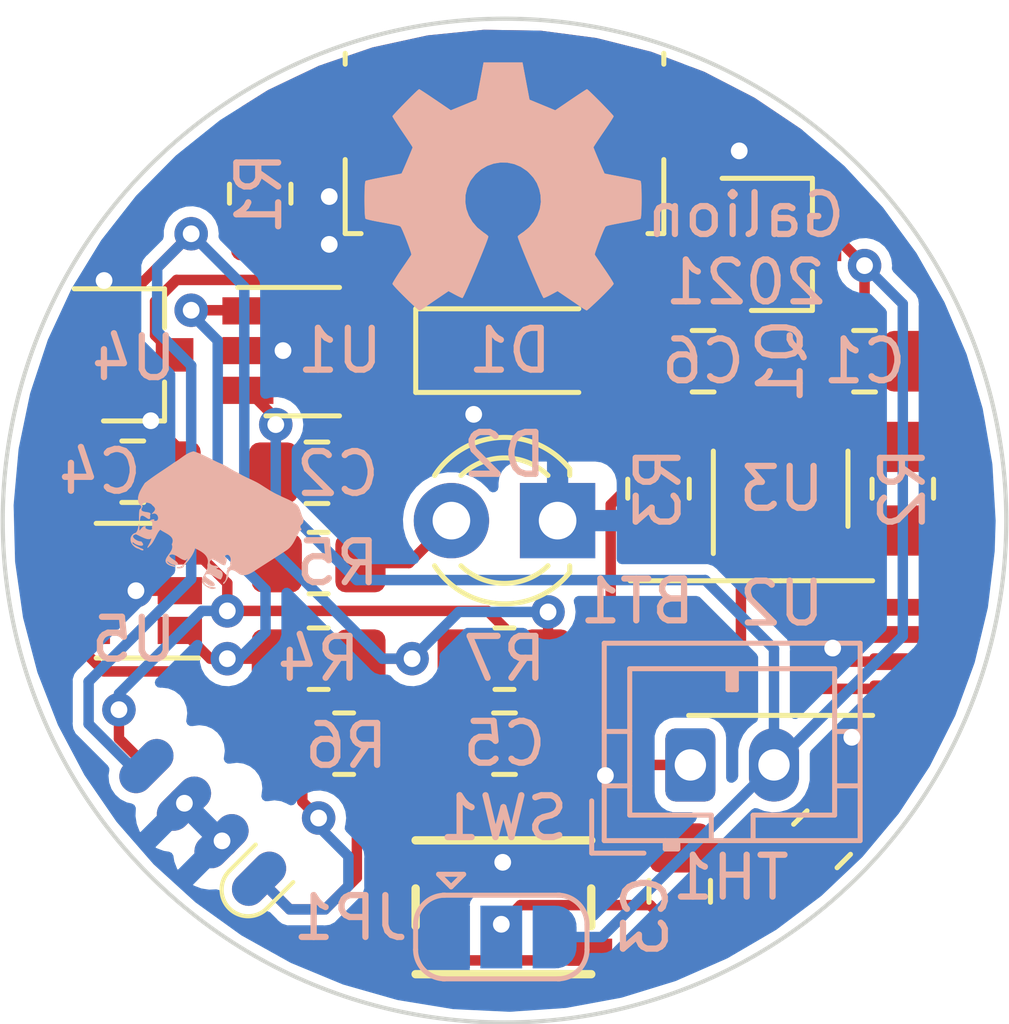
<source format=kicad_pcb>
(kicad_pcb (version 20201220) (generator pcbnew)
  (layers (0 "F.Cu" signal) (31 "B.Cu" signal) (34 "B.Paste" user) (35 "F.Paste" user) (36 "B.SilkS" user "B.Silkscreen") (37 "F.SilkS" user "F.Silkscreen") (38 "B.Mask" user) (39 "F.Mask" user) (44 "Edge.Cuts" user))
  (net 0 "")
  (net 1 "+BATT")
  (net 2 "Net-(BT1-Pad1)")
  (net 3 "Net-(C1-Pad1)")
  (net 4 "GND")
  (net 5 "/AN1|CLK")
  (net 6 "VCC")
  (net 7 "Net-(C5-Pad1)")
  (net 8 "Net-(C6-Pad1)")
  (net 9 "Net-(D1-Pad1)")
  (net 10 "Net-(D2-Pad2)")
  (net 11 "Net-(C3-Pad1)")
  (net 12 "no_connect_19")
  (net 13 "no_connect_20")
  (net 14 "/RST")
  (net 15 "/AN0|DAT")
  (net 16 "Net-(R1-Pad1)")
  (net 17 "Net-(R3-Pad1)")
  (net 18 "Net-(R5-Pad1)")
  (net 19 "no_connect_21")
  (net 20 "Net-(U2-Pad5)")
  (net 21 "Net-(U2-Pad4)")
  (net 22 "no_connect_22")
  (net 23 "no_connect_23")
  (footprint "Package_TO_SOT_SMD:TSOT-23-5" (layer "F.Cu") (at 143.129 90.678)
    (fp_text reference "U1" (at 0.889 0) (layer "B.SilkS") (effects (justify mirror)))
    (fp_text value "LTC4054ES5-4.2" hide)
    (pad "1" smd rect (at -1.31 -0.95) (size 1.22 0.65) (layers "F.Cu" "F.Paste" "F.Mask") (net 15 "/AN0|DAT"))
    (pad "2" smd rect (at -1.31 0) (size 1.22 0.65) (layers "F.Cu" "F.Paste" "F.Mask") (net 4 "GND"))
    (pad "3" smd rect (at -1.31 0.95) (size 1.22 0.65) (layers "F.Cu" "F.Paste" "F.Mask") (net 1 "+BATT"))
    (pad "4" smd rect (at 1.31 0.95) (size 1.22 0.65) (layers "F.Cu" "F.Paste" "F.Mask") (net 8 "Net-(C6-Pad1)"))
    (pad "5" smd rect (at 1.31 -0.95) (size 1.22 0.65) (layers "F.Cu" "F.Paste" "F.Mask") (net 16 "Net-(R1-Pad1)"))
  )
  (footprint "custom-symbols:SKRPACE010" (layer "F.Cu") (at 147.9296 103.9876 180)
    (fp_text reference "SW1" (at 0 2.1336) (layer "B.SilkS") (effects (justify mirror)))
    (fp_text value "SKRPACE010" hide)
    (pad "1" smd rect (at -2.075 -1.075 180) (size 1.05 0.65) (layers "F.Cu" "F.Paste" "F.Mask") (net 7 "Net-(C5-Pad1)"))
    (pad "2" smd rect (at 2.075 -1.075 180) (size 1.05 0.65) (layers "F.Cu" "F.Paste" "F.Mask") (net 7 "Net-(C5-Pad1)"))
    (pad "3" smd rect (at -2.075 1.075 180) (size 1.05 0.65) (layers "F.Cu" "F.Paste" "F.Mask") (net 4 "GND"))
    (pad "4" smd rect (at 2.075 1.075 180) (size 1.05 0.65) (layers "F.Cu" "F.Paste" "F.Mask") (net 4 "GND"))
  )
  (footprint "Package_TO_SOT_SMD:SOT-23-6" (layer "F.Cu") (at 139.0904 96.4184 180)
    (fp_text reference "U5" (at 0 -1.1684) (layer "B.SilkS") (effects (justify mirror)))
    (fp_text value "PIC10F222-IOT" hide)
    (pad "1" smd rect (at -1.1 -0.95 180) (size 1.06 0.65) (layers "F.Cu" "F.Paste" "F.Mask") (net 15 "/AN0|DAT"))
    (pad "2" smd rect (at -1.1 0 180) (size 1.06 0.65) (layers "F.Cu" "F.Paste" "F.Mask") (net 4 "GND"))
    (pad "3" smd rect (at -1.1 0.95 180) (size 1.06 0.65) (layers "F.Cu" "F.Paste" "F.Mask") (net 5 "/AN1|CLK"))
    (pad "4" smd rect (at 1.1 0.95 180) (size 1.06 0.65) (layers "F.Cu" "F.Paste" "F.Mask") (net 18 "Net-(R5-Pad1)"))
    (pad "5" smd rect (at 1.1 0 180) (size 1.06 0.65) (layers "F.Cu" "F.Paste" "F.Mask") (net 6 "VCC"))
    (pad "6" smd rect (at 1.1 -0.95 180) (size 1.06 0.65) (layers "F.Cu" "F.Paste" "F.Mask") (net 14 "/RST"))
  )
  (footprint "Resistor_SMD:R_0805_2012Metric_Pad1.20x1.40mm_HandSolder" (layer "F.Cu") (at 155.5496 102.362 -135)
    (fp_text reference "TH1" (at 2.191182 0.898026 180) (layer "B.SilkS") (effects (justify mirror)))
    (fp_text value "TBD" hide)
    (pad "1" smd roundrect (at -1 0 225) (size 1.2 1.4) (layers "F.Cu" "F.Paste" "F.Mask") (roundrect_rratio 0.2083333333333333) (net 4 "GND"))
    (pad "2" smd roundrect (at 1 0 225) (size 1.2 1.4) (layers "F.Cu" "F.Paste" "F.Mask") (roundrect_rratio 0.2083333333333333) (net 5 "/AN1|CLK"))
  )
  (footprint "Capacitor_SMD:C_0805_2012Metric_Pad1.18x1.45mm_HandSolder" (layer "F.Cu") (at 152.146 103.6066 90)
    (fp_text reference "C3" (at -0.5842 -0.8128 90) (layer "B.SilkS") (effects (justify mirror)))
    (fp_text value "TBD" hide)
    (pad "1" smd roundrect (at -1.0375 0 90) (size 1.175 1.45) (layers "F.Cu" "F.Paste" "F.Mask") (roundrect_rratio 0.2127659574468085) (net 11 "Net-(C3-Pad1)"))
    (pad "2" smd roundrect (at 1.0375 0 90) (size 1.175 1.45) (layers "F.Cu" "F.Paste" "F.Mask") (roundrect_rratio 0.2127659574468085) (net 5 "/AN1|CLK"))
  )
  (footprint "Capacitor_SMD:C_0805_2012Metric_Pad1.18x1.45mm_HandSolder" (layer "F.Cu") (at 143.4704 93.599)
    (fp_text reference "C2" (at 0.4968 0.0254) (layer "B.SilkS") (effects (justify mirror)))
    (fp_text value "1uF" hide)
    (pad "1" smd roundrect (at -1.0375 0) (size 1.175 1.45) (layers "F.Cu" "F.Paste" "F.Mask") (roundrect_rratio 0.2127659574468085) (net 1 "+BATT"))
    (pad "2" smd roundrect (at 1.0375 0) (size 1.175 1.45) (layers "F.Cu" "F.Paste" "F.Mask") (roundrect_rratio 0.2127659574468085) (net 4 "GND"))
  )
  (footprint "Resistor_SMD:R_0805_2012Metric_Pad1.20x1.40mm_HandSolder" (layer "F.Cu") (at 144.1196 100.076)
    (fp_text reference "R6" (at 0.0508 0.0508) (layer "B.SilkS") (effects (justify mirror)))
    (fp_text value "470")
    (pad "1" smd roundrect (at -1 0) (size 1.2 1.4) (layers "F.Cu" "F.Paste" "F.Mask") (roundrect_rratio 0.2083333333333333) (net 14 "/RST"))
    (pad "2" smd roundrect (at 1 0) (size 1.2 1.4) (layers "F.Cu" "F.Paste" "F.Mask") (roundrect_rratio 0.2083333333333333) (net 7 "Net-(C5-Pad1)"))
  )
  (footprint "Diode_SMD:D_SOD-123" (layer "F.Cu") (at 148.082 90.678)
    (fp_text reference "D1" (at 0 0) (layer "B.SilkS") (effects (justify mirror)))
    (fp_text value "MBR0520" hide)
    (pad "1" smd rect (at -1.65 0) (size 0.9 1.2) (layers "F.Cu" "F.Paste" "F.Mask") (net 9 "Net-(D1-Pad1)"))
    (pad "2" smd rect (at 1.65 0) (size 0.9 1.2) (layers "F.Cu" "F.Paste" "F.Mask") (net 8 "Net-(C6-Pad1)"))
  )
  (footprint "Package_TO_SOT_SMD:SOT-23" (layer "F.Cu") (at 154.559 88.138)
    (fp_text reference "Q1" (at 0 2.794 90) (layer "B.SilkS") (effects (justify mirror)))
    (fp_text value "AO3401A" hide)
    (pad "1" smd rect (at -1 -0.95) (size 0.9 0.8) (layers "F.Cu" "F.Paste" "F.Mask") (net 8 "Net-(C6-Pad1)"))
    (pad "2" smd rect (at -1 0.95) (size 0.9 0.8) (layers "F.Cu" "F.Paste" "F.Mask") (net 9 "Net-(D1-Pad1)"))
    (pad "3" smd rect (at 1 0) (size 0.9 0.8) (layers "F.Cu" "F.Paste" "F.Mask") (net 1 "+BATT"))
  )
  (footprint "Resistor_SMD:R_0805_2012Metric_Pad1.20x1.40mm_HandSolder" (layer "F.Cu") (at 143.51 95.758)
    (fp_text reference "R5" (at 0.4572 0) (layer "B.SilkS") (effects (justify mirror)))
    (fp_text value "56" hide)
    (pad "1" smd roundrect (at -1 0) (size 1.2 1.4) (layers "F.Cu" "F.Paste" "F.Mask") (roundrect_rratio 0.2083333333333333) (net 18 "Net-(R5-Pad1)"))
    (pad "2" smd roundrect (at 1 0) (size 1.2 1.4) (layers "F.Cu" "F.Paste" "F.Mask") (roundrect_rratio 0.2083333333333333) (net 10 "Net-(D2-Pad2)"))
  )
  (footprint "Package_TO_SOT_SMD:SOT-23" (layer "F.Cu") (at 139.065 90.7796)
    (fp_text reference "U4" (at 0.0254 0.0762) (layer "B.SilkS") (effects (justify mirror)))
    (fp_text value "XC6206PxxxMR" hide)
    (pad "1" smd rect (at -1 -0.95) (size 0.9 0.8) (layers "F.Cu" "F.Paste" "F.Mask") (net 4 "GND"))
    (pad "2" smd rect (at -1 0.95) (size 0.9 0.8) (layers "F.Cu" "F.Paste" "F.Mask") (net 6 "VCC"))
    (pad "3" smd rect (at 1 0) (size 0.9 0.8) (layers "F.Cu" "F.Paste" "F.Mask") (net 9 "Net-(D1-Pad1)"))
  )
  (footprint "Resistor_SMD:R_0805_2012Metric_Pad1.20x1.40mm_HandSolder" (layer "F.Cu") (at 143.51 98.044 180)
    (fp_text reference "R4" (at 0 0 180) (layer "B.SilkS") (effects (justify mirror)))
    (fp_text value "330k" hide)
    (pad "1" smd roundrect (at -1 0 180) (size 1.2 1.4) (layers "F.Cu" "F.Paste" "F.Mask") (roundrect_rratio 0.2083333333333333) (net 6 "VCC"))
    (pad "2" smd roundrect (at 1 0 180) (size 1.2 1.4) (layers "F.Cu" "F.Paste" "F.Mask") (roundrect_rratio 0.2083333333333333) (net 15 "/AN0|DAT"))
  )
  (footprint "Resistor_SMD:R_0805_2012Metric_Pad1.20x1.40mm_HandSolder" (layer "F.Cu") (at 142.113 86.926 90)
    (fp_text reference "R1" (at 0.0072 -0.0254 90) (layer "B.SilkS") (effects (justify mirror)))
    (fp_text value "10k" hide)
    (pad "1" smd roundrect (at -1 0 90) (size 1.2 1.4) (layers "F.Cu" "F.Paste" "F.Mask") (roundrect_rratio 0.2083333333333333) (net 16 "Net-(R1-Pad1)"))
    (pad "2" smd roundrect (at 1 0 90) (size 1.2 1.4) (layers "F.Cu" "F.Paste" "F.Mask") (roundrect_rratio 0.2083333333333333) (net 4 "GND"))
  )
  (footprint "Package_SO:TSSOP-8_4.4x3mm_P0.65mm" (layer "F.Cu") (at 154.559 97.79)
    (fp_text reference "U2" (at 0.0254 -1.0668) (layer "B.SilkS") (effects (justify mirror)))
    (fp_text value "FS8205A" hide)
    (pad "1" smd roundrect (at -2.8625 -0.975) (size 1.475 0.4) (layers "F.Cu" "F.Paste" "F.Mask") (net 22 "no_connect_22"))
    (pad "2" smd roundrect (at -2.8625 -0.325) (size 1.475 0.4) (layers "F.Cu" "F.Paste" "F.Mask") (net 2 "Net-(BT1-Pad1)"))
    (pad "3" smd roundrect (at -2.8625 0.325) (size 1.475 0.4) (layers "F.Cu" "F.Paste" "F.Mask") (net 2 "Net-(BT1-Pad1)"))
    (pad "4" smd roundrect (at -2.8625 0.975) (size 1.475 0.4) (layers "F.Cu" "F.Paste" "F.Mask") (net 21 "Net-(U2-Pad4)"))
    (pad "5" smd roundrect (at 2.8625 0.975) (size 1.475 0.4) (layers "F.Cu" "F.Paste" "F.Mask") (net 20 "Net-(U2-Pad5)"))
    (pad "6" smd roundrect (at 2.8625 0.325) (size 1.475 0.4) (layers "F.Cu" "F.Paste" "F.Mask") (net 4 "GND"))
    (pad "7" smd roundrect (at 2.8625 -0.325) (size 1.475 0.4) (layers "F.Cu" "F.Paste" "F.Mask") (net 4 "GND"))
    (pad "8" smd roundrect (at 2.8625 -0.975) (size 1.475 0.4) (layers "F.Cu" "F.Paste" "F.Mask") (net 23 "no_connect_23"))
  )
  (footprint "custom-symbols:SOIC_clipProgSmall" (layer "F.Cu") (at 140.208 102.489 -45)
    (fp_text reference "J2" hide)
    (fp_text value "ISP" hide)
    (pad "" np_thru_hole circle (at -1.27 -1.905 315) (size 0.7 0.7) (drill 0.7) (layers *.Cu *.Mask))
    (pad "" np_thru_hole circle (at 2.54 -1.905 315) (size 0.7 0.7) (drill 0.7) (layers *.Cu *.Mask))
    (pad "" np_thru_hole circle (at -2.54 -1.905 315) (size 0.7 0.7) (drill 0.7) (layers *.Cu *.Mask))
    (pad "" np_thru_hole circle (at 0 -1.905 315) (size 0.7 0.7) (drill 0.7) (layers *.Cu *.Mask))
    (pad "" np_thru_hole circle (at 1.27 -1.905 315) (size 0.7 0.7) (drill 0.7) (layers *.Cu *.Mask))
    (pad "1" smd oval (at 1.905 -0.75 315) (size 0.8 1.5) (layers "F.Cu" "F.Mask") (net 15 "/AN0|DAT"))
    (pad "2" smd oval (at 0.635 -0.75 315) (size 0.8 1.5) (layers "F.Cu" "F.Mask") (net 4 "GND"))
    (pad "3" smd oval (at -0.635 -0.75 315) (size 0.8 1.5) (layers "F.Cu" "F.Mask") (net 4 "GND"))
    (pad "4" smd oval (at -1.905 -0.75 315) (size 0.8 1.5) (layers "F.Cu" "F.Mask") (net 5 "/AN1|CLK"))
    (pad "5" smd oval (at -1.905 -0.75 315) (size 0.8 1.5) (layers "B.Cu" "B.Mask") (net 6 "VCC"))
    (pad "6" smd oval (at -0.635 -0.75 315) (size 0.8 1.5) (layers "B.Cu" "B.Mask") (net 4 "GND"))
    (pad "7" smd oval (at 0.635 -0.75 315) (size 0.8 1.5) (layers "B.Cu" "B.Mask") (net 4 "GND"))
    (pad "8" smd oval (at 1.905 -0.75 315) (size 0.8 1.5) (layers "B.Cu" "B.Mask") (net 14 "/RST"))
  )
  (footprint "Resistor_SMD:R_0805_2012Metric_Pad1.20x1.40mm_HandSolder" (layer "F.Cu") (at 157.48 93.98 90)
    (fp_text reference "R2" (at 0 0 90) (layer "B.SilkS") (effects (justify mirror)))
    (fp_text value "100" hide)
    (pad "1" smd roundrect (at -1 0 90) (size 1.2 1.4) (layers "F.Cu" "F.Paste" "F.Mask") (roundrect_rratio 0.2083333333333333) (net 3 "Net-(C1-Pad1)"))
    (pad "2" smd roundrect (at 1 0 90) (size 1.2 1.4) (layers "F.Cu" "F.Paste" "F.Mask") (roundrect_rratio 0.2083333333333333) (net 1 "+BATT"))
  )
  (footprint "Capacitor_SMD:C_0805_2012Metric_Pad1.18x1.45mm_HandSolder" (layer "F.Cu") (at 156.5656 90.932 180)
    (fp_text reference "C1" (at 0 0 180) (layer "B.SilkS") (effects (justify mirror)))
    (fp_text value "100nF" hide)
    (pad "1" smd roundrect (at -1.0375 0 180) (size 1.175 1.45) (layers "F.Cu" "F.Paste" "F.Mask") (roundrect_rratio 0.2127659574468085) (net 3 "Net-(C1-Pad1)"))
    (pad "2" smd roundrect (at 1.0375 0 180) (size 1.175 1.45) (layers "F.Cu" "F.Paste" "F.Mask") (roundrect_rratio 0.2127659574468085) (net 2 "Net-(BT1-Pad1)"))
  )
  (footprint "Connector_USB:USB_Micro-B_Molex_47346-0001" (layer "F.Cu") (at 147.955 86.17 180)
    (fp_text reference "J1" hide)
    (fp_text value "USB_B_Micro" hide)
    (pad "1" smd rect (at -1.3 -1.46 180) (size 0.45 1.38) (layers "F.Cu" "F.Paste" "F.Mask") (net 8 "Net-(C6-Pad1)"))
    (pad "2" smd rect (at -0.65 -1.46 180) (size 0.45 1.38) (layers "F.Cu" "F.Paste" "F.Mask") (net 12 "no_connect_19"))
    (pad "3" smd rect (at 0 -1.46 180) (size 0.45 1.38) (layers "F.Cu" "F.Paste" "F.Mask") (net 13 "no_connect_20"))
    (pad "4" smd rect (at 0.65 -1.46 180) (size 0.45 1.38) (layers "F.Cu" "F.Paste" "F.Mask") (net 19 "no_connect_21"))
    (pad "5" smd rect (at 1.3 -1.46 180) (size 0.45 1.38) (layers "F.Cu" "F.Paste" "F.Mask") (net 4 "GND"))
    (pad "6" smd rect (at 1.55 1.2 180) (size 1 1.9) (layers "F.Cu" "F.Paste" "F.Mask") (net 4 "GND"))
    (pad "6" smd rect (at -2.4875 -1.375 180) (size 1.425 1.55) (layers "F.Cu" "F.Paste" "F.Mask") (net 4 "GND"))
    (pad "6" smd rect (at 3.375 1.2 180) (size 1.65 1.3) (layers "F.Cu" "F.Paste" "F.Mask") (net 4 "GND"))
    (pad "6" smd rect (at -3.375 1.2 180) (size 1.65 1.3) (layers "F.Cu" "F.Paste" "F.Mask") (net 4 "GND"))
    (pad "6" smd rect (at -1.15 1.2 180) (size 1.8 1.9) (layers "F.Cu" "F.Paste" "F.Mask") (net 4 "GND"))
    (pad "6" smd rect (at 2.4875 -1.375 180) (size 1.425 1.55) (layers "F.Cu" "F.Paste" "F.Mask") (net 4 "GND"))
  )
  (footprint "Capacitor_SMD:C_0805_2012Metric_Pad1.18x1.45mm_HandSolder" (layer "F.Cu") (at 152.7048 90.932)
    (fp_text reference "C6" (at 0 0) (layer "B.SilkS") (effects (justify mirror)))
    (fp_text value "1uF" hide)
    (pad "1" smd roundrect (at -1.0375 0) (size 1.175 1.45) (layers "F.Cu" "F.Paste" "F.Mask") (roundrect_rratio 0.2127659574468085) (net 8 "Net-(C6-Pad1)"))
    (pad "2" smd roundrect (at 1.0375 0) (size 1.175 1.45) (layers "F.Cu" "F.Paste" "F.Mask") (roundrect_rratio 0.2127659574468085) (net 4 "GND"))
  )
  (footprint "Package_TO_SOT_SMD:SOT-23-6" (layer "F.Cu") (at 154.559 93.98 90)
    (fp_text reference "U3" (at 0 0.0254) (layer "B.SilkS") (effects (justify mirror)))
    (fp_text value "FS312F-G" hide)
    (pad "1" smd rect (at -1.1 -0.95 90) (size 1.06 0.65) (layers "F.Cu" "F.Paste" "F.Mask") (net 21 "Net-(U2-Pad4)"))
    (pad "2" smd rect (at -1.1 0 90) (size 1.06 0.65) (layers "F.Cu" "F.Paste" "F.Mask") (net 17 "Net-(R3-Pad1)"))
    (pad "3" smd rect (at -1.1 0.95 90) (size 1.06 0.65) (layers "F.Cu" "F.Paste" "F.Mask") (net 20 "Net-(U2-Pad5)"))
    (pad "4" smd rect (at 1.1 0.95 90) (size 1.06 0.65) (layers "F.Cu" "F.Paste" "F.Mask"))
    (pad "5" smd rect (at 1.1 0 90) (size 1.06 0.65) (layers "F.Cu" "F.Paste" "F.Mask") (net 3 "Net-(C1-Pad1)"))
    (pad "6" smd rect (at 1.1 -0.95 90) (size 1.06 0.65) (layers "F.Cu" "F.Paste" "F.Mask") (net 2 "Net-(BT1-Pad1)"))
  )
  (footprint "Resistor_SMD:R_0805_2012Metric_Pad1.20x1.40mm_HandSolder" (layer "F.Cu") (at 147.955 98.044)
    (fp_text reference "R7" (at 0 0) (layer "B.SilkS") (effects (justify mirror)))
    (fp_text value "10k" hide)
    (pad "1" smd roundrect (at -1 0) (size 1.2 1.4) (layers "F.Cu" "F.Paste" "F.Mask") (roundrect_rratio 0.2083333333333333) (net 7 "Net-(C5-Pad1)"))
    (pad "2" smd roundrect (at 1 0) (size 1.2 1.4) (layers "F.Cu" "F.Paste" "F.Mask") (roundrect_rratio 0.2083333333333333) (net 6 "VCC"))
  )
  (footprint "Resistor_SMD:R_0805_2012Metric_Pad1.20x1.40mm_HandSolder" (layer "F.Cu") (at 151.638 93.98 90)
    (fp_text reference "R3" (at 0 0 90) (layer "B.SilkS") (effects (justify mirror)))
    (fp_text value "1k" hide)
    (pad "1" smd roundrect (at -1 0 90) (size 1.2 1.4) (layers "F.Cu" "F.Paste" "F.Mask") (roundrect_rratio 0.2083333333333333) (net 17 "Net-(R3-Pad1)"))
    (pad "2" smd roundrect (at 1 0 90) (size 1.2 1.4) (layers "F.Cu" "F.Paste" "F.Mask") (roundrect_rratio 0.2083333333333333) (net 4 "GND"))
  )
  (footprint "Capacitor_SMD:C_0805_2012Metric_Pad1.18x1.45mm_HandSolder" (layer "F.Cu") (at 147.955 100.076)
    (fp_text reference "C5" (at 0 0) (layer "B.SilkS") (effects (justify mirror)))
    (fp_text value "100nF" hide)
    (pad "1" smd roundrect (at -1.0375 0) (size 1.175 1.45) (layers "F.Cu" "F.Paste" "F.Mask") (roundrect_rratio 0.2127659574468085) (net 7 "Net-(C5-Pad1)"))
    (pad "2" smd roundrect (at 1.0375 0) (size 1.175 1.45) (layers "F.Cu" "F.Paste" "F.Mask") (roundrect_rratio 0.2127659574468085) (net 4 "GND"))
  )
  (footprint "LED_THT:LED_D3.0mm_FlatTop" (layer "F.Cu") (at 149.225 94.743 180)
    (fp_text reference "D2" (at 1.270117 1.5758) (layer "B.SilkS") (effects (justify mirror)))
    (fp_text value "RETRO LED" hide)
    (pad "1" thru_hole rect (at 0 0 180) (size 1.8 1.8) (drill 0.9) (layers *.Cu *.Mask) (net 4 "GND"))
    (pad "2" thru_hole circle (at 2.54 0 180) (size 1.8 1.8) (drill 0.9) (layers *.Cu *.Mask) (net 10 "Net-(D2-Pad2)"))
  )
  (footprint "Capacitor_SMD:C_0805_2012Metric_Pad1.18x1.45mm_HandSolder" (layer "F.Cu") (at 139.065 93.5736)
    (fp_text reference "C4" (at -0.7874 0) (layer "B.SilkS") (effects (justify mirror)))
    (fp_text value "100nF" hide)
    (pad "1" smd roundrect (at -1.0375 0) (size 1.175 1.45) (layers "F.Cu" "F.Paste" "F.Mask") (roundrect_rratio 0.2127659574468085) (net 6 "VCC"))
    (pad "2" smd roundrect (at 1.0375 0) (size 1.175 1.45) (layers "F.Cu" "F.Paste" "F.Mask") (roundrect_rratio 0.2127659574468085) (net 4 "GND"))
  )
  (footprint "Connector_JST:JST_PH_B2B-PH-K_1x02_P2.00mm_Vertical" (layer "B.Cu") (at 152.4 100.584)
    (fp_text reference "BT1" (at -1.27 -3.9116) (layer "B.SilkS") (effects (justify mirror)))
    (fp_text value "Li-Ion" hide)
    (pad "1" thru_hole roundrect (at 0 0) (size 1.2 1.75) (drill 0.75) (layers *.Cu *.Mask) (roundrect_rratio 0.2083333333333333) (net 2 "Net-(BT1-Pad1)"))
    (pad "2" thru_hole oval (at 2 0) (size 1.2 1.75) (drill 0.75) (layers *.Cu *.Mask) (net 1 "+BATT"))
  )
  (footprint "custom-symbols:Galion_Logo_Small" (layer "B.Cu") (at 141.1224 95.504 180)
    (fp_text reference "LG1" hide)
    (fp_text value "Galion_Logo")
  )
  (footprint "Symbol:OSHW-Symbol_6.7x6mm_SilkScreen" (layer "B.Cu") (at 147.9296 86.7664 180)
    (fp_text reference "LG2" hide)
    (fp_text value "Logo_Open_Hardware_Small" hide)
  )
  (footprint "Jumper:SolderJumper-3_P1.3mm_Open_RoundedPad1.0x1.5mm" (layer "B.Cu") (at 147.8788 104.6988)
    (fp_text reference "JP1" (at -3.6068 -0.4572) (layer "B.SilkS") (effects (justify mirror)))
    (fp_text value "Variant select jumper" hide)
    (pad "1" smd custom (at -1.3 0) (size 1 0.5) (layers "B.Cu" "B.Mask") (net 4 "GND") (options (clearance outline) (anchor rect)) (primitives (gr_circle (center 0 -0.25) (end 0.5 -0.25) (width 0) (fill yes)) (gr_circle (center 0 0.25) (end 0.5 0.25) (width 0) (fill yes)) (gr_poly (pts (xy 0.55 0.75) (xy 0 0.75) (xy 0 -0.75) (xy 0.55 -0.75)) (width 0) (fill yes))))
    (pad "2" smd rect (at 0 0) (size 1 1.5) (layers "B.Cu" "B.Mask") (net 11 "Net-(C3-Pad1)"))
    (pad "3" smd custom (at 1.3 0) (size 1 0.5) (layers "B.Cu" "B.Mask") (net 1 "+BATT") (options (clearance outline) (anchor rect)) (primitives (gr_circle (center 0 -0.25) (end 0.5 -0.25) (width 0) (fill yes)) (gr_circle (center 0 0.25) (end 0.5 0.25) (width 0) (fill yes)) (gr_poly (pts (xy -0.55 0.75) (xy 0 0.75) (xy 0 -0.75) (xy -0.55 -0.75)) (width 0) (fill yes))))
  )
  (gr_circle (center 147.955 94.742) (end 159.955 94.742) (layer "Edge.Cuts") (width 0.1) (fill none))
  (gr_text "Galion\n2021" (at 153.7208 88.2396) (layer "B.SilkS") (effects (font (size 1 1)) (justify mirror)))
  (segment (start 142.485 92.447) (end 142.485 92.294) (width 0.25) (layer "F.Cu") (net 1))
  (segment (start 155.559 88.138) (end 156.0576 88.138) (width 0.25) (layer "F.Cu") (net 1))
  (segment (start 142.485 92.294) (end 141.819 91.628) (width 0.25) (layer "F.Cu") (net 1))
  (segment (start 142.485 93.5469) (end 142.485 92.447) (width 0.25) (layer "F.Cu") (net 1))
  (segment (start 156.5656 88.646) (end 156.5656 92.0656) (width 0.25) (layer "F.Cu") (net 1))
  (segment (start 142.4329 93.599) (end 142.485 93.5469) (width 0.25) (layer "F.Cu") (net 1))
  (segment (start 156.5656 92.0656) (end 157.48 92.98) (width 0.25) (layer "F.Cu") (net 1))
  (segment (start 156.0576 88.138) (end 156.5656 88.646) (width 0.25) (layer "F.Cu") (net 1))
  (via (at 142.485 92.447) (size 0.8) (drill 0.4) (layers "F.Cu" "B.Cu") (net 1))
  (via (at 156.5656 88.646) (size 0.8) (drill 0.4) (layers "F.Cu" "B.Cu") (net 1))
  (segment (start 157.48 89.5604) (end 156.5656 88.646) (width 0.25) (layer "B.Cu") (net 1))
  (segment (start 157.48 97.504) (end 157.48 89.5604) (width 0.25) (layer "B.Cu") (net 1))
  (segment (start 144.4244 96.1644) (end 152.7556 96.1644) (width 0.25) (layer "B.Cu") (net 1))
  (segment (start 154.4 100.584) (end 150.2852 104.6988) (width 0.25) (layer "B.Cu") (net 1))
  (segment (start 154.4 100.584) (end 157.48 97.504) (width 0.25) (layer "B.Cu") (net 1))
  (segment (start 142.485 94.225) (end 144.4244 96.1644) (width 0.25) (layer "B.Cu") (net 1))
  (segment (start 154.4 97.8088) (end 154.4 100.584) (width 0.25) (layer "B.Cu") (net 1))
  (segment (start 152.7556 96.1644) (end 154.4 97.8088) (width 0.25) (layer "B.Cu") (net 1))
  (segment (start 150.2852 104.6988) (end 149.1788 104.6988) (width 0.25) (layer "B.Cu") (net 1))
  (segment (start 142.485 92.447) (end 142.485 94.225) (width 0.25) (layer "B.Cu") (net 1))
  (segment (start 155.5281 90.932) (end 155.5281 91.2583) (width 0.25) (layer "F.Cu") (net 2))
  (segment (start 153.0936 92.88) (end 153.609 92.88) (width 0.25) (layer "F.Cu") (net 2))
  (segment (start 150.495 94.361) (end 150.876 93.98) (width 0.25) (layer "F.Cu") (net 2))
  (segment (start 152.5016 93.98) (end 152.8064 93.6752) (width 0.25) (layer "F.Cu") (net 2))
  (segment (start 150.7034 98.115) (end 150.495 98.3234) (width 0.25) (layer "F.Cu") (net 2))
  (segment (start 155.5281 91.2583) (end 154.7876 91.9988) (width 0.25) (layer "F.Cu") (net 2))
  (segment (start 151.6965 97.465) (end 150.7034 97.465) (width 0.25) (layer "F.Cu") (net 2))
  (segment (start 151.6965 98.115) (end 150.7034 98.115) (width 0.25) (layer "F.Cu") (net 2))
  (segment (start 150.7034 97.465) (end 150.495 97.2566) (width 0.25) (layer "F.Cu") (net 2))
  (segment (start 154.7876 91.9988) (end 153.935883 91.9988) (width 0.25) (layer "F.Cu") (net 2))
  (segment (start 150.495 97.2566) (end 150.495 94.361) (width 0.25) (layer "F.Cu") (net 2))
  (segment (start 153.935883 91.9988) (end 153.609 92.325683) (width 0.25) (layer "F.Cu") (net 2))
  (segment (start 150.495 98.3234) (end 150.495 99.822) (width 0.25) (layer "F.Cu") (net 2))
  (segment (start 152.8064 93.6752) (end 152.8064 93.1672) (width 0.25) (layer "F.Cu") (net 2))
  (segment (start 150.876 93.98) (end 152.5016 93.98) (width 0.25) (layer "F.Cu") (net 2))
  (segment (start 150.495 99.822) (end 151.257 100.584) (width 0.25) (layer "F.Cu") (net 2))
  (segment (start 150.4748 97.6936) (end 150.4748 97.8864) (width 0.25) (layer "F.Cu") (net 2))
  (segment (start 153.609 92.325683) (end 153.609 92.88) (width 0.25) (layer "F.Cu") (net 2))
  (segment (start 151.257 100.584) (end 152.4 100.584) (width 0.25) (layer "F.Cu") (net 2))
  (segment (start 150.4748 97.8864) (end 150.7034 98.115) (width 0.25) (layer "F.Cu") (net 2))
  (segment (start 152.8064 93.1672) (end 153.0936 92.88) (width 0.25) (layer "F.Cu") (net 2))
  (segment (start 150.7034 97.465) (end 150.4748 97.6936) (width 0.25) (layer "F.Cu") (net 2))
  (segment (start 158.5976 91.939) (end 157.5906 90.932) (width 0.25) (layer "F.Cu") (net 3))
  (segment (start 158.5976 94.5388) (end 158.5976 91.939) (width 0.25) (layer "F.Cu") (net 3))
  (segment (start 158.1314 95.005) (end 158.5976 94.5388) (width 0.25) (layer "F.Cu") (net 3))
  (segment (start 156.1211 93.98) (end 157.1461 95.005) (width 0.25) (layer "F.Cu") (net 3))
  (segment (start 155.0416 93.98) (end 156.1211 93.98) (width 0.25) (layer "F.Cu") (net 3))
  (segment (start 157.1461 95.005) (end 158.1314 95.005) (width 0.25) (layer "F.Cu") (net 3))
  (segment (start 154.559 92.88) (end 154.559 93.4974) (width 0.25) (layer "F.Cu") (net 3))
  (segment (start 154.559 93.4974) (end 155.0416 93.98) (width 0.25) (layer "F.Cu") (net 3))
  (segment (start 147.2184 92.202) (end 145.8214 93.599) (width 0.25) (layer "F.Cu") (net 4))
  (segment (start 153.7423 90.6565) (end 154.5336 89.8652) (width 0.25) (layer "F.Cu") (net 4))
  (segment (start 157.4215 98.115) (end 156.1286 98.115) (width 0.25) (layer "F.Cu") (net 4))
  (segment (start 144.9175 86.995) (end 143.764 86.995) (width 0.25) (layer "F.Cu") (net 4))
  (segment (start 140.3 101.5) (end 140.3 101.52034) (width 0.25) (layer "F.Cu") (net 4))
  (segment (start 156.274384 99.937184) (end 156.2608 99.9236) (width 0.25) (layer "F.Cu") (net 4))
  (segment (start 140.09 93.599) (end 140.09 92.9476) (width 0.25) (layer "F.Cu") (net 4))
  (segment (start 140.09 92.9476) (end 139.4968 92.3544) (width 0.25) (layer "F.Cu") (net 4))
  (segment (start 145.8214 93.599) (end 144.5079 93.599) (width 0.25) (layer "F.Cu") (net 4))
  (segment (start 146.655 87.63) (end 145.5525 87.63) (width 0.25) (layer "F.Cu") (net 4))
  (segment (start 144.58 84.97) (end 146.405 84.97) (width 0.25) (layer "F.Cu") (net 4))
  (segment (start 138.3792 89.5408) (end 138.3792 89.0016) (width 0.25) (layer "F.Cu") (net 4))
  (segment (start 144.8745 88.138) (end 143.764 88.138) (width 0.25) (layer "F.Cu") (net 4))
  (segment (start 141.819 90.678) (end 142.658 90.678) (width 0.25) (layer "F.Cu") (net 4))
  (segment (start 156.1286 98.115) (end 155.8036 97.79) (width 0.25) (layer "F.Cu") (net 4))
  (segment (start 156.1286 97.465) (end 155.8036 97.79) (width 0.25) (layer "F.Cu") (net 4))
  (segment (start 144.5079 93.599) (end 144.535 93.599) (width 0.25) (layer "F.Cu") (net 4))
  (segment (start 138.065 89.855) (end 138.3792 89.5408) (width 0.25) (layer "F.Cu") (net 4))
  (segment (start 155.8113 97.7823) (end 155.8036 97.79) (width 0.25) (layer "F.Cu") (net 4))
  (segment (start 157.4215 97.465) (end 156.1286 97.465) (width 0.25) (layer "F.Cu") (net 4))
  (segment (start 145.5525 87.63) (end 145.4675 87.545) (width 0.25) (layer "F.Cu") (net 4))
  (segment (start 145.4675 85.8575) (end 144.58 84.97) (width 0.25) (layer "F.Cu") (net 4))
  (segment (start 143.764 86.5124) (end 143.1526 85.901) (width 0.25) (layer "F.Cu") (net 4))
  (segment (start 153.7423 90.932) (end 153.7423 90.6565) (width 0.25) (layer "F.Cu") (net 4))
  (segment (start 153.7423 90.7073) (end 153.7423 90.932) (width 0.25) (layer "F.Cu") (net 4))
  (segment (start 151.33 84.97) (end 149.105 84.97) (width 0.25) (layer "F.Cu") (net 4))
  (segment (start 154.5336 89.8652) (end 154.5336 86.614) (width 0.25) (layer "F.Cu") (net 4))
  (segment (start 143.764 86.995) (end 143.764 86.5124) (width 0.25) (layer "F.Cu") (net 4))
  (segment (start 151.638 92.955) (end 147.9714 92.955) (width 0.25) (layer "F.Cu") (net 4))
  (segment (start 145.4675 87.545) (end 144.9175 86.995) (width 0.25) (layer "F.Cu") (net 4))
  (segment (start 156.274384 101.637216) (end 156.274384 99.937184) (width 0.25) (layer "F.Cu") (net 4))
  (segment (start 150.4425 87.545) (end 151.33 86.6575) (width 0.25) (layer "F.Cu") (net 4))
  (segment (start 145.4675 87.545) (end 145.4675 85.8575) (width 0.25) (layer "F.Cu") (net 4))
  (segment (start 147.9714 92.955) (end 147.2184 92.202) (width 0.25) (layer "F.Cu") (net 4))
  (segment (start 153.8224 85.9028) (end 153.5684 85.9028) (width 0.25) (layer "F.Cu") (net 4))
  (segment (start 149.105 84.97) (end 146.405 84.97) (width 0.25) (layer "F.Cu") (net 4))
  (segment (start 149.606 100.076) (end 150.368 100.838) (width 0.25) (layer "F.Cu") (net 4))
  (segment (start 154.5336 86.614) (end 153.8224 85.9028) (width 0.25) (layer "F.Cu") (net 4))
  (segment (start 145.4675 87.545) (end 144.8745 88.138) (width 0.25) (layer "F.Cu") (net 4))
  (segment (start 151.33 86.6575) (end 151.33 84.97) (width 0.25) (layer "F.Cu") (net 4))
  (segment (start 147.9124 102.9126) (end 145.8546 102.9126) (width 0.25) (layer "F.Cu") (net 4))
  (segment (start 150.0046 102.9126) (end 147.9124 102.9126) (width 0.25) (layer "F.Cu") (net 4))
  (segment (start 143.1526 85.901) (end 142.113 85.901) (width 0.25) (layer "F.Cu") (net 4))
  (segment (start 140.1904 96.4184) (end 139.1412 96.4184) (width 0.25) (layer "F.Cu") (net 4))
  (segment (start 148.98 100.076) (end 149.606 100.076) (width 0.25) (layer "F.Cu") (net 4))
  (via (at 147.2184 92.202) (size 0.8) (drill 0.4) (layers "F.Cu" "B.Cu") (net 4))
  (via (at 140.3 101.5) (size 0.8) (drill 0.4) (layers "F.Cu" "B.Cu") (net 4))
  (via (at 138.3792 89.0016) (size 0.8) (drill 0.4) (layers "F.Cu" "B.Cu") (net 4))
  (via (at 150.368 100.838) (size 0.8) (drill 0.4) (layers "F.Cu" "B.Cu") (net 4))
  (via (at 153.5684 85.9028) (size 0.8) (drill 0.4) (layers "F.Cu" "B.Cu") (net 4))
  (via (at 155.8036 97.79) (size 0.8) (drill 0.4) (layers "F.Cu" "B.Cu") (net 4))
  (via (at 143.764 88.138) (size 0.8) (drill 0.4) (layers "F.Cu" "B.Cu") (net 4))
  (via (at 143.764 86.995) (size 0.8) (drill 0.4) (layers "F.Cu" "B.Cu") (net 4))
  (via (at 147.9124 102.9126) (size 0.8) (drill 0.4) (layers "F.Cu" "B.Cu") (net 4))
  (via (at 141.2 102.4) (size 0.8) (drill 0.4) (layers "F.Cu" "B.Cu") (net 4))
  (via (at 142.658 90.678) (size 0.8) (drill 0.4) (layers "F.Cu" "B.Cu") (net 4))
  (via (at 139.1412 96.4184) (size 0.8) (drill 0.4) (layers "F.Cu" "B.Cu") (net 4))
  (via (at 156.2608 99.9236) (size 0.8) (drill 0.4) (layers "F.Cu" "B.Cu") (net 4))
  (via (at 139.4968 92.3544) (size 0.8) (drill 0.4) (layers "F.Cu" "B.Cu") (net 4))
  (segment (start 147.5486 96.901) (end 141.3256 96.901) (width 0.25) (layer "F.Cu") (net 5))
  (segment (start 148.717 101.727) (end 147.955 100.965) (width 0.25) (layer "F.Cu") (net 5))
  (segment (start 141.3256 96.238966) (end 140.555034 95.4684) (width 0.25) (layer "F.Cu") (net 5))
  (segment (start 154.824816 103.086784) (end 154.307132 102.5691) (width 0.25) (layer "F.Cu") (net 5))
  (segment (start 151.4641 102.5691) (end 150.622 101.727) (width 0.25) (layer "F.Cu") (net 5))
  (segment (start 150.622 101.727) (end 148.717 101.727) (width 0.25) (layer "F.Cu") (net 5))
  (segment (start 138.7348 99.955139) (end 138.7348 99.2632) (width 0.25) (layer "F.Cu") (net 5))
  (segment (start 147.955 100.965) (end 147.955 97.3074) (width 0.25) (layer "F.Cu") (net 5))
  (segment (start 141.3256 96.2406) (end 141.3256 96.238966) (width 0.25) (layer "F.Cu") (net 5))
  (segment (start 147.955 97.3074) (end 147.5486 96.901) (width 0.25) (layer "F.Cu") (net 5))
  (segment (start 152.146 102.5691) (end 151.4641 102.5691) (width 0.25) (layer "F.Cu") (net 5))
  (segment (start 141.3256 96.901) (end 141.3256 96.2406) (width 0.25) (layer "F.Cu") (net 5))
  (segment (start 139.391292 100.611631) (end 138.7348 99.955139) (width 0.25) (layer "F.Cu") (net 5))
  (segment (start 140.555034 95.4684) (end 140.1904 95.4684) (width 0.25) (layer "F.Cu") (net 5))
  (segment (start 154.307132 102.5691) (end 152.146 102.5691) (width 0.25) (layer "F.Cu") (net 5))
  (via (at 138.7348 99.2632) (size 0.8) (drill 0.4) (layers "F.Cu" "B.Cu") (net 5))
  (via (at 141.3256 96.901) (size 0.8) (drill 0.4) (layers "F.Cu" "B.Cu") (net 5))
  (segment (start 140.716 96.901) (end 141.3256 96.901) (width 0.25) (layer "B.Cu") (net 5))
  (segment (start 138.7348 98.8822) (end 140.716 96.901) (width 0.25) (layer "B.Cu") (net 5))
  (segment (start 138.7348 99.2632) (end 138.7348 98.8822) (width 0.25) (layer "B.Cu") (net 5))
  (segment (start 138.0275 93.5736) (end 138.065 93.5361) (width 0.25) (layer "F.Cu") (net 6))
  (segment (start 138.065 91.7296) (end 138.5976 91.7296) (width 0.25) (layer "F.Cu") (net 6))
  (segment (start 137.16 96.4184) (end 136.906 96.1644) (width 0.25) (layer "F.Cu") (net 6))
  (segment (start 145.7452 98.044) (end 144.51 98.044) (width 0.25) (layer "F.Cu") (net 6))
  (segment (start 136.906 93.8784) (end 137.2108 93.5736) (width 0.25) (layer "F.Cu") (net 6))
  (segment (start 148.9964 98.0026) (end 148.955 98.044) (width 0.25) (layer "F.Cu") (net 6))
  (segment (start 136.906 96.1644) (end 136.906 93.8784) (width 0.25) (layer "F.Cu") (net 6))
  (segment (start 138.5976 91.7296) (end 139.0904 91.2368) (width 0.25) (layer "F.Cu") (net 6))
  (segment (start 137.9904 96.4184) (end 137.16 96.4184) (width 0.25) (layer "F.Cu") (net 6))
  (segment (start 148.9964 96.9264) (end 148.9964 98.0026) (width 0.25) (layer "F.Cu") (net 6))
  (segment (start 138.065 93.5361) (end 138.065 91.7296) (width 0.25) (layer "F.Cu") (net 6))
  (segment (start 139.0904 91.2368) (end 139.0904 89.2556) (width 0.25) (layer "F.Cu") (net 6))
  (segment (start 137.2108 93.5736) (end 138.0275 93.5736) (width 0.25) (layer "F.Cu") (net 6))
  (segment (start 139.0904 89.2556) (end 140.462 87.884) (width 0.25) (layer "F.Cu") (net 6))
  (via (at 140.462 87.884) (size 0.8) (drill 0.4) (layers "F.Cu" "B.Cu") (net 6))
  (via (at 148.9964 96.9264) (size 0.8) (drill 0.4) (layers "F.Cu" "B.Cu") (net 6))
  (via (at 145.7452 98.044) (size 0.8) (drill 0.4) (layers "F.Cu" "B.Cu") (net 6))
  (segment (start 138.009799 99.604999) (end 138.009799 98.591201) (width 0.25) (layer "B.Cu") (net 6))
  (segment (start 138.009799 98.591201) (end 140.462 96.139) (width 0.25) (layer "B.Cu") (net 6))
  (segment (start 140.462 91.0336) (end 139.6492 90.2208) (width 0.25) (layer "B.Cu") (net 6))
  (segment (start 140.462 96.139) (end 140.462 91.0336) (width 0.25) (layer "B.Cu") (net 6))
  (segment (start 139.6492 90.2208) (end 139.6492 88.6968) (width 0.25) (layer "B.Cu") (net 6))
  (segment (start 145.7452 98.044) (end 145.034 98.044) (width 0.25) (layer "B.Cu") (net 6))
  (segment (start 139.391292 100.611631) (end 139.016431 100.611631) (width 0.25) (layer "B.Cu") (net 6))
  (segment (start 141.732 89.154) (end 140.462 87.884) (width 0.25) (layer "B.Cu") (net 6))
  (segment (start 146.8628 96.9264) (end 145.7452 98.044) (width 0.25) (layer "B.Cu") (net 6))
  (segment (start 145.034 98.044) (end 141.732 94.742) (width 0.25) (layer "B.Cu") (net 6))
  (segment (start 139.6492 88.6968) (end 140.462 87.884) (width 0.25) (layer "B.Cu") (net 6))
  (segment (start 139.016431 100.611631) (end 138.009799 99.604999) (width 0.25) (layer "B.Cu") (net 6))
  (segment (start 141.732 94.742) (end 141.732 89.154) (width 0.25) (layer "B.Cu") (net 6))
  (segment (start 148.9964 96.9264) (end 146.8628 96.9264) (width 0.25) (layer "B.Cu") (net 6))
  (segment (start 146.0496 105.2576) (end 145.8546 105.0626) (width 0.25) (layer "F.Cu") (net 7))
  (segment (start 150.0046 105.0626) (end 149.8096 105.2576) (width 0.25) (layer "F.Cu") (net 7))
  (segment (start 145.8546 105.0626) (end 144.9324 104.1404) (width 0.25) (layer "F.Cu") (net 7))
  (segment (start 144.9324 100.2632) (end 145.1196 100.076) (width 0.25) (layer "F.Cu") (net 7))
  (segment (start 144.9324 104.1404) (end 144.9324 100.2632) (width 0.25) (layer "F.Cu") (net 7))
  (segment (start 149.8096 105.2576) (end 146.0496 105.2576) (width 0.25) (layer "F.Cu") (net 7))
  (segment (start 146.955 100.0385) (end 146.9175 100.076) (width 0.25) (layer "F.Cu") (net 7))
  (segment (start 146.9175 100.076) (end 145.1196 100.076) (width 0.25) (layer "F.Cu") (net 7))
  (segment (start 146.955 98.044) (end 146.955 100.0385) (width 0.25) (layer "F.Cu") (net 7))
  (segment (start 144.846 91.628) (end 144.439 91.628) (width 0.25) (layer "F.Cu") (net 8))
  (segment (start 149.2504 89.408) (end 148.8694 89.027) (width 0.25) (layer "F.Cu") (net 8))
  (segment (start 149.255 88.6414) (end 148.8694 89.027) (width 0.25) (layer "F.Cu") (net 8))
  (segment (start 145.4912 90.9828) (end 144.846 91.628) (width 0.25) (layer "F.Cu") (net 8))
  (segment (start 146.05 89.027) (end 145.4912 89.5858) (width 0.25) (layer "F.Cu") (net 8))
  (segment (start 149.2504 90.0684) (end 149.2504 89.408) (width 0.25) (layer "F.Cu") (net 8))
  (segment (start 149.255 87.63) (end 149.255 88.6414) (width 0.25) (layer "F.Cu") (net 8))
  (segment (start 149.6314 89.0178) (end 149.6314 89.027) (width 0.25) (layer "F.Cu") (net 8))
  (segment (start 149.732 90.678) (end 149.732 90.55) (width 0.25) (layer "F.Cu") (net 8))
  (segment (start 149.732 90.678) (end 151.4133 90.678) (width 0.25) (layer "F.Cu") (net 8))
  (segment (start 151.4133 90.678) (end 151.6673 90.932) (width 0.25) (layer "F.Cu") (net 8))
  (segment (start 149.636 89.0224) (end 149.2504 89.408) (width 0.25) (layer "F.Cu") (net 8))
  (segment (start 151.72 89.027) (end 149.6314 89.027) (width 0.25) (layer "F.Cu") (net 8))
  (segment (start 149.6314 89.027) (end 149.2504 88.646) (width 0.25) (layer "F.Cu") (net 8))
  (segment (start 153.559 87.188) (end 151.72 89.027) (width 0.25) (layer "F.Cu") (net 8))
  (segment (start 148.8694 89.027) (end 146.05 89.027) (width 0.25) (layer "F.Cu") (net 8))
  (segment (start 149.732 90.55) (end 149.2504 90.0684) (width 0.25) (layer "F.Cu") (net 8))
  (segment (start 145.4912 89.5858) (end 145.4912 90.9828) (width 0.25) (layer "F.Cu") (net 8))
  (segment (start 143.645398 92.3544) (end 143.4084 92.117402) (width 0.25) (layer "F.Cu") (net 9))
  (segment (start 146.432 90.678) (end 147.32 90.678) (width 0.25) (layer "F.Cu") (net 9))
  (segment (start 139.5984 90.313) (end 140.065 90.7796) (width 0.25) (layer "F.Cu") (net 9))
  (segment (start 143.4084 92.117402) (end 143.4084 89.797398) (width 0.25) (layer "F.Cu") (net 9))
  (segment (start 146.432 91.693) (end 145.7706 92.3544) (width 0.25) (layer "F.Cu") (net 9))
  (segment (start 142.598801 88.987799) (end 140.113999 88.987799) (width 0.25) (layer "F.Cu") (net 9))
  (segment (start 139.5984 89.503398) (end 139.5984 90.313) (width 0.25) (layer "F.Cu") (net 9))
  (segment (start 152.7048 89.9422) (end 153.559 89.088) (width 0.25) (layer "F.Cu") (net 9))
  (segment (start 152.7048 91.6432) (end 152.7048 89.9422) (width 0.25) (layer "F.Cu") (net 9))
  (segment (start 145.7706 92.3544) (end 143.645398 92.3544) (width 0.25) (layer "F.Cu") (net 9))
  (segment (start 140.113999 88.987799) (end 139.5984 89.503398) (width 0.25) (layer "F.Cu") (net 9))
  (segment (start 143.4084 89.797398) (end 142.598801 88.987799) (width 0.25) (layer "F.Cu") (net 9))
  (segment (start 148.6408 91.9988) (end 152.3492 91.9988) (width 0.25) (layer "F.Cu") (net 9))
  (segment (start 147.32 90.678) (end 148.6408 91.9988) (width 0.25) (layer "F.Cu") (net 9))
  (segment (start 146.432 90.678) (end 146.432 91.693) (width 0.25) (layer "F.Cu") (net 9))
  (segment (start 152.3492 91.9988) (end 152.7048 91.6432) (width 0.25) (layer "F.Cu") (net 9))
  (segment (start 145.67 95.758) (end 144.535 95.758) (width 0.25) (layer "F.Cu") (net 10))
  (segment (start 146.685 94.743) (end 145.67 95.758) (width 0.25) (layer "F.Cu") (net 10))
  (segment (start 151.4387 103.9368) (end 152.146 104.6441) (width 0.25) (layer "F.Cu") (net 11))
  (segment (start 148.336 103.9368) (end 151.4387 103.9368) (width 0.25) (layer "F.Cu") (net 11))
  (segment (start 147.8788 104.394) (end 148.336 103.9368) (width 0.25) (layer "F.Cu") (net 11))
  (via (at 147.8788 104.394) (size 0.8) (drill 0.4) (layers "F.Cu" "B.Cu") (net 11))
  (segment (start 147.8788 104.7496) (end 147.8788 104.394) (width 0.25) (layer "B.Cu") (net 11))
  (segment (start 138.3792 98.3488) (end 140.2588 98.3488) (width 0.25) (layer "F.Cu") (net 14))
  (segment (start 143.1196 101.4636) (end 143.1196 100.076) (width 0.25) (layer "F.Cu") (net 14))
  (segment (start 137.9904 97.96) (end 138.3792 98.3488) (width 0.25) (layer "F.Cu") (net 14))
  (segment (start 141.986 100.076) (end 143.1196 100.076) (width 0.25) (layer "F.Cu") (net 14))
  (segment (start 137.9904 97.3684) (end 137.9904 97.96) (width 0.25) (layer "F.Cu") (net 14))
  (segment (start 143.51 101.854) (end 143.1196 101.4636) (width 0.25) (layer "F.Cu") (net 14))
  (segment (start 140.2588 98.3488) (end 141.986 100.076) (width 0.25) (layer "F.Cu") (net 14))
  (via (at 143.51 101.854) (size 0.8) (drill 0.4) (layers "F.Cu" "B.Cu") (net 14))
  (segment (start 144.2212 102.7684) (end 143.4084 101.9556) (width 0.25) (layer "B.Cu") (net 14))
  (segment (start 142.818061 104.0384) (end 143.6624 104.0384) (width 0.25) (layer "B.Cu") (net 14))
  (segment (start 143.6624 104.0384) (end 144.2212 103.4796) (width 0.25) (layer "B.Cu") (net 14))
  (segment (start 142.085369 103.305708) (end 142.818061 104.0384) (width 0.25) (layer "B.Cu") (net 14))
  (segment (start 144.2212 103.4796) (end 144.2212 102.7684) (width 0.25) (layer "B.Cu") (net 14))
  (segment (start 142.818061 104.0384) (end 142.085369 103.305708) (width 0.25) (layer "F.Cu") (net 15))
  (segment (start 143.3068 99.0092) (end 143.7132 99.0092) (width 0.25) (layer "F.Cu") (net 15))
  (segment (start 140.9192 98.044) (end 142.51 98.044) (width 0.25) (layer "F.Cu") (net 15))
  (segment (start 141.8038 89.7128) (end 141.819 89.728) (width 0.25) (layer "F.Cu") (net 15))
  (segment (start 140.1904 97.3684) (end 140.2436 97.3684) (width 0.25) (layer "F.Cu") (net 15))
  (segment (start 143.7132 99.0092) (end 144.1196 99.4156) (width 0.25) (layer "F.Cu") (net 15))
  (segment (start 144.4244 101.4476) (end 144.4244 103.2764) (width 0.25) (layer "F.Cu") (net 15))
  (segment (start 144.1196 101.1428) (end 144.4244 101.4476) (width 0.25) (layer "F.Cu") (net 15))
  (segment (start 143.6624 104.0384) (end 142.818061 104.0384) (width 0.25) (layer "F.Cu") (net 15))
  (segment (start 144.4244 103.2764) (end 143.6624 104.0384) (width 0.25) (layer "F.Cu") (net 15))
  (segment (start 142.51 98.2124) (end 143.3068 99.0092) (width 0.25) (layer "F.Cu") (net 15))
  (segment (start 144.1196 99.4156) (end 144.1196 101.1428) (width 0.25) (layer "F.Cu") (net 15))
  (segment (start 140.462 89.7128) (end 141.8038 89.7128) (width 0.25) (layer "F.Cu") (net 15))
  (segment (start 142.51 98.044) (end 142.51 98.2124) (width 0.25) (layer "F.Cu") (net 15))
  (segment (start 140.462 89.772906) (end 140.447053 89.787853) (width 0.25) (layer "F.Cu") (net 15))
  (segment (start 140.2436 97.3684) (end 140.9192 98.044) (width 0.25) (layer "F.Cu") (net 15))
  (via (at 141.3256 98.044) (size 0.8) (drill 0.4) (layers "F.Cu" "B.Cu") (net 15))
  (via (at 140.462 89.7128) (size 0.8) (drill 0.4) (layers "F.Cu" "B.Cu") (net 15))
  (segment (start 141.605 98.044) (end 141.2748 98.044) (width 0.25) (layer "B.Cu") (net 15))
  (segment (start 140.447053 89.787853) (end 141.097 90.4378) (width 0.25) (layer "B.Cu") (net 15))
  (segment (start 141.097 90.4378) (end 141.097 95.25) (width 0.25) (layer "B.Cu") (net 15))
  (segment (start 141.097 95.25) (end 142.24 96.393) (width 0.25) (layer "B.Cu") (net 15))
  (segment (start 142.24 96.393) (end 142.24 97.409) (width 0.25) (layer "B.Cu") (net 15))
  (segment (start 142.24 97.409) (end 141.605 98.044) (width 0.25) (layer "B.Cu") (net 15))
  (segment (start 144.1348 89.728) (end 144.439 89.728) (width 0.25) (layer "F.Cu") (net 16))
  (segment (start 142.3578 87.951) (end 144.1348 89.728) (width 0.25) (layer "F.Cu") (net 16))
  (segment (start 142.113 87.951) (end 142.3578 87.951) (width 0.25) (layer "F.Cu") (net 16))
  (segment (start 154.178 93.98) (end 154.559 94.361) (width 0.25) (layer "F.Cu") (net 17))
  (segment (start 151.638 95.005) (end 152.2894 95.005) (width 0.25) (layer "F.Cu") (net 17))
  (segment (start 154.559 94.361) (end 154.559 95.08) (width 0.25) (layer "F.Cu") (net 17))
  (segment (start 152.2894 95.005) (end 153.3144 93.98) (width 0.25) (layer "F.Cu") (net 17))
  (segment (start 153.3144 93.98) (end 154.178 93.98) (width 0.25) (layer "F.Cu") (net 17))
  (segment (start 138.7602 94.742) (end 138.0338 95.4684) (width 0.25) (layer "F.Cu") (net 18))
  (segment (start 142.485 95.758) (end 141.469 94.742) (width 0.25) (layer "F.Cu") (net 18))
  (segment (start 142.485 96.012) (end 142.485 95.758) (width 0.25) (layer "F.Cu") (net 18))
  (segment (start 141.469 94.742) (end 138.7602 94.742) (width 0.25) (layer "F.Cu") (net 18))
  (segment (start 138.0338 95.4684) (end 137.9904 95.4684) (width 0.25) (layer "F.Cu") (net 18))
  (segment (start 154.94 97.20501) (end 155.509 96.63601) (width 0.25) (layer "F.Cu") (net 20))
  (segment (start 155.509 96.63601) (end 155.509 95.08) (width 0.25) (layer "F.Cu") (net 20))
  (segment (start 157.4215 98.765) (end 155.28 98.765) (width 0.25) (layer "F.Cu") (net 20))
  (segment (start 155.28 98.765) (end 154.94 98.425) (width 0.25) (layer "F.Cu") (net 20))
  (segment (start 154.94 98.425) (end 154.94 97.20501) (width 0.25) (layer "F.Cu") (net 20))
  (segment (start 153.203 98.765) (end 153.609 98.359) (width 0.25) (layer "F.Cu") (net 21))
  (segment (start 151.6965 98.765) (end 153.203 98.765) (width 0.25) (layer "F.Cu") (net 21))
  (segment (start 153.609 98.359) (end 153.609 95.08) (width 0.25) (layer "F.Cu") (net 21))
  (zone (net 4) (net_name "GND") (layer "F.Cu") (connect_pads (clearance 0.254)) (min_thickness 0.254) (fill yes (thermal_gap 0.254) (thermal_bridge_width 0.508))
    (polygon (pts (xy 155.3464 85.344) (xy 151.6888 89.0524) (xy 143.002 89.1032) (xy 141.1732 85.598) (xy 140.2588 85.598) (xy 143.0528 82.55) (xy 152.908 82.55)))
  )
  (zone (net 4) (net_name "GND") (layer "B.Cu") (connect_pads (clearance 0.254)) (min_thickness 0.254) (fill yes (thermal_gap 0.508) (thermal_bridge_width 0.508))
    (polygon (pts (xy 160.02 106.68) (xy 135.89 106.68) (xy 135.89 82.55) (xy 160.02 82.55)))
  )
)
</source>
